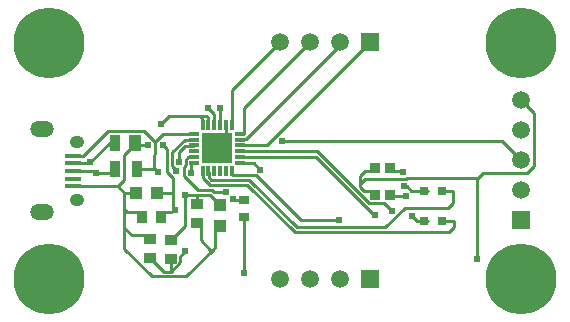
<source format=gtl>
G04*
G04 #@! TF.GenerationSoftware,Altium Limited,Altium Designer,18.1.9 (240)*
G04*
G04 Layer_Physical_Order=1*
G04 Layer_Color=255*
%FSLAX25Y25*%
%MOIN*%
G70*
G01*
G75*
%ADD13C,0.01000*%
%ADD16R,0.10039X0.10039*%
%ADD17R,0.03347X0.01181*%
%ADD18R,0.01181X0.03347*%
%ADD19R,0.05315X0.01575*%
%ADD20R,0.03937X0.03543*%
%ADD21R,0.04331X0.04331*%
%ADD22R,0.03543X0.02756*%
%ADD23R,0.03150X0.03150*%
%ADD24R,0.03347X0.03347*%
%ADD25R,0.04331X0.05512*%
%ADD26R,0.03543X0.05512*%
%ADD27R,0.03543X0.03937*%
%ADD28R,0.04331X0.04331*%
%ADD50O,0.07874X0.05315*%
%ADD51O,0.04921X0.04134*%
%ADD52C,0.05906*%
%ADD53R,0.05906X0.05906*%
%ADD54R,0.05906X0.05906*%
%ADD55C,0.23622*%
%ADD56C,0.01968*%
%ADD57C,0.02400*%
D13*
X58268Y45669D02*
X59055Y46457D01*
X56102Y43504D02*
X58268Y45669D01*
X59055Y46457D02*
Y51181D01*
X130976Y19442D02*
X135085D01*
X81873Y15569D02*
X133482D01*
X135138Y17224D01*
Y19390D01*
X135085Y19442D02*
X135138Y19390D01*
X125071Y29442D02*
X126252D01*
X120696D02*
X125071D01*
X118214Y30907D02*
X119231D01*
X120696Y29442D01*
X130976D02*
X134732D01*
X133065Y23757D02*
X134732Y25424D01*
Y29442D01*
X142002Y33687D02*
X142520Y33169D01*
X119420Y33687D02*
X142002D01*
X118965Y33231D02*
X119420Y33687D01*
X105476Y33231D02*
X118965D01*
X117633Y35531D02*
X118012D01*
X121063Y21063D02*
X122684Y19442D01*
X118742Y23757D02*
X133065D01*
X112154Y17169D02*
X118742Y23757D01*
X122684Y19442D02*
X126252D01*
X82536Y17169D02*
X112154D01*
X43341Y39075D02*
Y42273D01*
X41041Y37685D02*
Y42236D01*
X39441Y35653D02*
Y43240D01*
X47252Y35331D02*
X47345Y35238D01*
X42323Y36024D02*
Y36402D01*
X39441Y35653D02*
X41339Y33755D01*
Y28744D02*
Y33755D01*
X46484Y40461D02*
X48335D01*
X45641Y39618D02*
X46484Y40461D01*
X45641Y38122D02*
Y39618D01*
X44944Y37425D02*
X45641Y38122D01*
X44944Y34382D02*
Y37425D01*
Y34382D02*
X49616Y29710D01*
X47252Y35331D02*
Y38492D01*
X45262Y46457D02*
X48425D01*
X41041Y42236D02*
X45262Y46457D01*
X41041Y37685D02*
X42323Y36402D01*
X38092Y44589D02*
X39441Y43240D01*
X43341Y42273D02*
X45465Y44398D01*
X47342Y38583D02*
X48425D01*
X47252Y38492D02*
X47342Y38583D01*
X20358Y45449D02*
X21850D01*
X13780Y38870D02*
X20358Y45449D01*
X11436Y41118D02*
X19623Y49305D01*
X8126Y41118D02*
X11436D01*
X19623Y49305D02*
X31609D01*
X13624Y38715D02*
X13780Y38870D01*
X15748Y35433D02*
X20579D01*
X15369D02*
X15748D01*
X68885Y34653D02*
X84070Y19469D01*
X61114Y34653D02*
X68885D01*
X53149Y35827D02*
X53240Y35736D01*
X117227Y35937D02*
X117633Y35531D01*
X40512Y2421D02*
X43589Y5498D01*
X38311Y2421D02*
X40512D01*
X103740Y31496D02*
Y34324D01*
Y30668D02*
Y31496D01*
X50492Y54331D02*
X52505D01*
X50492D02*
X51090Y53733D01*
X40825Y22222D02*
X41339Y22736D01*
X97126Y77952D02*
Y78969D01*
X64953Y56795D02*
X87126Y78969D01*
X35176Y41543D02*
Y45738D01*
X54626Y9744D02*
X55421Y10539D01*
X53798Y9744D02*
X54626D01*
X50681Y12860D02*
X53798Y9744D01*
X25145Y23167D02*
X26091Y22222D01*
X29870D01*
X23008Y30882D02*
X24943Y32817D01*
X34945Y41313D02*
X35176Y41543D01*
Y45738D02*
X37862Y48425D01*
X48425D01*
X48335Y44398D02*
X48425Y44488D01*
X45465Y44398D02*
X48335D01*
X161533Y37790D02*
Y55416D01*
X159159Y35416D02*
X161533Y37790D01*
X142520Y33169D02*
X144766Y35416D01*
X72645Y44488D02*
X107126Y78969D01*
X65721Y46547D02*
X97126Y77952D01*
X63870Y46547D02*
X65721D01*
X150984Y45965D02*
X157480Y39469D01*
X77756Y45965D02*
X150984D01*
X142520Y6693D02*
Y33169D01*
X157480Y59469D02*
X161533Y55416D01*
X144766Y35416D02*
X159159D01*
X63779Y44488D02*
X72645D01*
X63779Y46457D02*
X63870Y46547D01*
X64953Y48516D02*
Y56795D01*
X64862Y48425D02*
X64953Y48516D01*
X63779Y48425D02*
X64862D01*
X61023Y62866D02*
X77126Y78969D01*
X61023Y51181D02*
Y62866D01*
X27880Y44195D02*
Y44786D01*
X32876D01*
X27880D02*
X28543Y45449D01*
X31609Y49305D02*
X35176Y45738D01*
X34945Y37118D02*
Y41313D01*
X64961Y20744D02*
X65059Y20646D01*
Y1969D02*
Y20646D01*
X41339Y22933D02*
Y28744D01*
X53756Y28110D02*
X57087Y24780D01*
X61319Y26575D02*
X61478Y26415D01*
X66105Y31337D02*
X81873Y15569D01*
X55421Y16028D02*
X57087Y17693D01*
X55421Y10539D02*
Y16028D01*
X25145Y10095D02*
Y17079D01*
Y10095D02*
X34418Y822D01*
X45703D02*
X54626Y9744D01*
X34418Y822D02*
X45703D01*
X49213Y18504D02*
X49410D01*
X50681Y17232D01*
Y12860D02*
Y17232D01*
X43589Y7419D02*
X45475Y9305D01*
Y9351D01*
X43589Y5498D02*
Y7419D01*
X52505Y54331D02*
X53059Y53776D01*
X51090Y51272D02*
Y53733D01*
X40059Y54331D02*
X50492D01*
X37205Y51476D02*
X40059Y54331D01*
X51090Y51272D02*
X51181Y51181D01*
X53059Y51272D02*
Y53776D01*
Y51272D02*
X53149Y51181D01*
X114953Y35937D02*
X117227D01*
X113780Y37110D02*
X114953Y35937D01*
X103740Y31496D02*
X105476Y33231D01*
X114232Y27657D02*
X119095D01*
X113780Y28110D02*
X114232Y27657D01*
X103740Y30668D02*
X105124Y29283D01*
X107488D01*
X103740Y34324D02*
X105353Y35937D01*
X107488D01*
X108661Y37110D01*
X38712Y22222D02*
X40825D01*
X107488Y29283D02*
X108661Y28110D01*
X41831Y22736D02*
X42028Y22933D01*
X41339Y22736D02*
X41831D01*
X40717Y12992D02*
X45276Y17551D01*
X40520Y12992D02*
X40717D01*
X45276Y17551D02*
Y27929D01*
X33819Y6913D02*
X38311Y2421D01*
X33622Y6913D02*
X33819D01*
X111671Y25337D02*
X114370Y22638D01*
X106533Y25337D02*
X111671D01*
X89350Y42520D02*
X106533Y25337D01*
X63779Y42520D02*
X89350D01*
X108445Y21161D02*
X108760D01*
X89056Y40551D02*
X108445Y21161D01*
X63779Y40551D02*
X89056D01*
X63779Y38583D02*
X68209D01*
X70472Y36319D01*
X61023Y34744D02*
X61114Y34653D01*
X61023Y34744D02*
Y35827D01*
X84070Y19469D02*
X96752D01*
X53240Y33885D02*
X54077Y33048D01*
X53240Y33885D02*
Y35736D01*
X66657Y33048D02*
X82536Y17169D01*
X51271Y33591D02*
Y35736D01*
X54077Y33048D02*
X66657D01*
X55092Y29037D02*
X58960D01*
X49213Y24803D02*
Y28110D01*
X54419Y29710D02*
X55092Y29037D01*
X51271Y33591D02*
X53526Y31337D01*
X51181Y35827D02*
X51271Y35736D01*
X64801Y26415D02*
X64961Y26256D01*
X61478Y26415D02*
X64801D01*
X53526Y31337D02*
X66105D01*
X49616Y29710D02*
X54419D01*
X49213Y28110D02*
X53756D01*
X45276Y27929D02*
X45457Y28110D01*
X49213D01*
X48335Y40461D02*
X48425Y40551D01*
X40512Y6685D02*
X40520Y6693D01*
X40512Y2421D02*
Y6685D01*
X25145Y17079D02*
Y23167D01*
Y17079D02*
X27740Y14484D01*
X32351D01*
X33622Y13213D01*
X37441Y20754D02*
Y20951D01*
X38712Y22222D01*
X35276Y36788D02*
X36374Y35689D01*
X36063Y28744D02*
X41339D01*
X29331Y36788D02*
X35276D01*
X25145Y23167D02*
Y28744D01*
X29870Y22222D02*
X31142Y20951D01*
Y20754D02*
Y20951D01*
X23008Y30882D02*
X25145Y28744D01*
X28976D01*
X8126Y30882D02*
X23008D01*
X24943Y32817D02*
Y41258D01*
X27880Y44195D01*
X20579Y35433D02*
X21850Y36705D01*
Y36788D01*
X57086Y51181D02*
Y57086D01*
X55118Y51181D02*
Y55118D01*
X53150Y57087D02*
X55118Y55118D01*
X8126Y36000D02*
X14802D01*
X15369Y35433D01*
X8281Y38715D02*
X13624D01*
X8126Y38559D02*
X8281Y38715D01*
D16*
X56102Y43504D02*
D03*
D17*
X63779Y48425D02*
D03*
Y46457D02*
D03*
Y44488D02*
D03*
Y42520D02*
D03*
Y40551D02*
D03*
Y38583D02*
D03*
X48425D02*
D03*
Y40551D02*
D03*
Y42520D02*
D03*
Y44488D02*
D03*
Y46457D02*
D03*
Y48425D02*
D03*
D18*
X61024Y35827D02*
D03*
X59055D02*
D03*
X57087D02*
D03*
X55118D02*
D03*
X53150D02*
D03*
X51181D02*
D03*
Y51181D02*
D03*
X53150D02*
D03*
X55118D02*
D03*
X57087D02*
D03*
X59055D02*
D03*
X61024D02*
D03*
D19*
X8126Y30882D02*
D03*
Y33441D02*
D03*
Y36000D02*
D03*
Y38559D02*
D03*
Y41118D02*
D03*
D20*
X40520Y12992D02*
D03*
Y6693D02*
D03*
X33622Y6913D02*
D03*
Y13213D02*
D03*
X49213Y18504D02*
D03*
Y24803D02*
D03*
D21*
X57087Y17693D02*
D03*
Y24780D02*
D03*
D22*
X64961Y26256D02*
D03*
Y20744D02*
D03*
D23*
X130976Y29442D02*
D03*
X125071D02*
D03*
X130976Y19442D02*
D03*
X125071D02*
D03*
D24*
X108661Y28110D02*
D03*
X113780D02*
D03*
X108661Y37110D02*
D03*
X113780D02*
D03*
D25*
X28543Y45449D02*
D03*
D26*
X21850D02*
D03*
Y36788D02*
D03*
X29331D02*
D03*
D27*
X31142Y20754D02*
D03*
X37441D02*
D03*
D28*
X28976Y28744D02*
D03*
X36063D02*
D03*
D50*
X-2406Y22171D02*
D03*
Y49829D02*
D03*
D51*
X9406Y26453D02*
D03*
Y45547D02*
D03*
D52*
X77126Y-31D02*
D03*
X87126D02*
D03*
X97126D02*
D03*
X77126Y78969D02*
D03*
X87126D02*
D03*
X97126D02*
D03*
X157480Y59469D02*
D03*
Y49469D02*
D03*
Y39469D02*
D03*
Y29469D02*
D03*
D53*
X107126Y-31D02*
D03*
Y78969D02*
D03*
D54*
X157480Y19469D02*
D03*
D55*
Y0D02*
D03*
X-0Y78740D02*
D03*
X157480D02*
D03*
X-0Y0D02*
D03*
D56*
X53937Y41339D02*
D03*
Y45669D02*
D03*
X58268Y41339D02*
D03*
Y45669D02*
D03*
D57*
X118214Y30907D02*
D03*
X118012Y35531D02*
D03*
X121063Y21063D02*
D03*
X43341Y39075D02*
D03*
X47345Y35238D02*
D03*
X42323Y36024D02*
D03*
X38092Y44589D02*
D03*
X32876Y44786D02*
D03*
X65059Y1969D02*
D03*
X61319Y26575D02*
D03*
X58960Y29037D02*
D03*
X45475Y9351D02*
D03*
X77756Y45965D02*
D03*
X119095Y27657D02*
D03*
X142520Y6693D02*
D03*
X42028Y22933D02*
D03*
X114370Y22638D02*
D03*
X108760Y21161D02*
D03*
X70472Y36319D02*
D03*
X96752Y19469D02*
D03*
X45276Y27929D02*
D03*
X36374Y35689D02*
D03*
X37205Y51476D02*
D03*
X57086Y57086D02*
D03*
X53150Y57087D02*
D03*
X15748Y35433D02*
D03*
X13780Y38870D02*
D03*
X-0Y87740D02*
D03*
X-6364Y85104D02*
D03*
X-9000Y78740D02*
D03*
X-6364Y72376D02*
D03*
X-0Y69740D02*
D03*
X6364Y72376D02*
D03*
X9000Y78740D02*
D03*
X6364Y85104D02*
D03*
X163844D02*
D03*
X166480Y78740D02*
D03*
X163844Y72376D02*
D03*
X157480Y69740D02*
D03*
X151116Y72376D02*
D03*
X148480Y78740D02*
D03*
X151116Y85104D02*
D03*
X157480Y87740D02*
D03*
Y9000D02*
D03*
X151116Y6364D02*
D03*
X148480Y0D02*
D03*
X151116Y-6364D02*
D03*
X157480Y-9000D02*
D03*
X163844Y-6364D02*
D03*
X166480Y0D02*
D03*
X163844Y6364D02*
D03*
X6364D02*
D03*
X9000Y0D02*
D03*
X6364Y-6364D02*
D03*
X-0Y-9000D02*
D03*
X-6364Y-6364D02*
D03*
X-9000Y0D02*
D03*
X-6364Y6364D02*
D03*
X-0Y9000D02*
D03*
M02*

</source>
